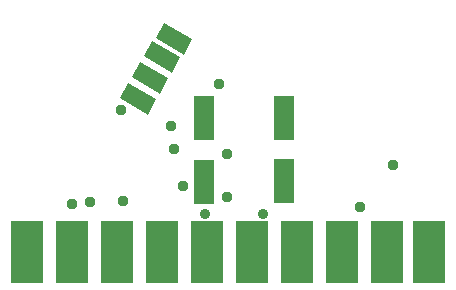
<source format=gbs>
G04 EAGLE Gerber RS-274X export*
G75*
%MOMM*%
%FSLAX34Y34*%
%LPD*%
%INBottom Solder Mask*%
%IPPOS*%
%AMOC8*
5,1,8,0,0,1.08239X$1,22.5*%
G01*
%ADD10R,2.743200X5.283200*%
%ADD11R,1.803200X3.703200*%
%ADD12R,1.473200X2.743200*%
%ADD13C,0.959600*%
%ADD14C,0.909600*%


D10*
X15240Y15240D03*
X53340Y15240D03*
X91440Y15240D03*
X129540Y15240D03*
X167640Y15240D03*
X205740Y15240D03*
X243840Y15240D03*
X281940Y15240D03*
X320040Y15240D03*
X355600Y15240D03*
D11*
X165100Y128600D03*
X165100Y74600D03*
X233045Y128981D03*
X233045Y74981D03*
D12*
G36*
X93659Y145258D02*
X101025Y158017D01*
X124781Y144302D01*
X117415Y131543D01*
X93659Y145258D01*
G37*
G36*
X103819Y163038D02*
X111185Y175797D01*
X134941Y162082D01*
X127575Y149323D01*
X103819Y163038D01*
G37*
G36*
X113979Y180818D02*
X121345Y193577D01*
X145101Y179862D01*
X137735Y167103D01*
X113979Y180818D01*
G37*
G36*
X124139Y196058D02*
X131505Y208817D01*
X155261Y195102D01*
X147895Y182343D01*
X124139Y196058D01*
G37*
D13*
X147320Y71120D03*
X53340Y55880D03*
X94996Y135763D03*
X96520Y58420D03*
X297180Y53340D03*
X325120Y88900D03*
X177800Y157480D03*
X137160Y121920D03*
D14*
X215392Y46990D03*
X165862Y46990D03*
D13*
X139319Y102489D03*
X184531Y98171D03*
X184531Y61595D03*
X68453Y57277D03*
M02*

</source>
